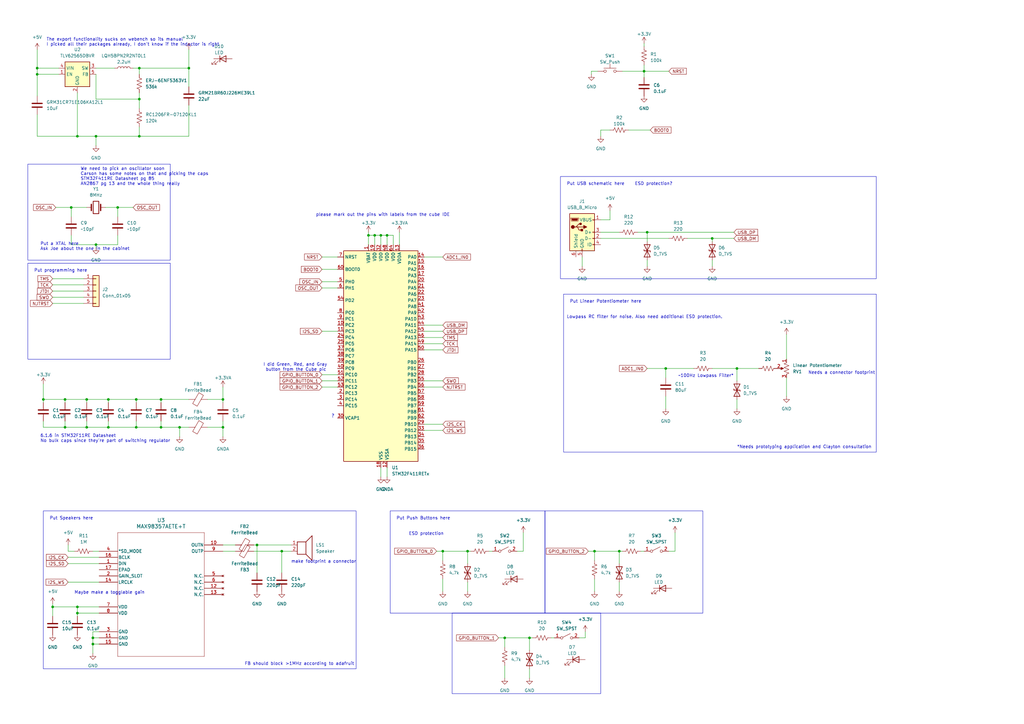
<source format=kicad_sch>
(kicad_sch (version 20230121) (generator eeschema)
  (paper "A3")
  (lib_symbols
    (symbol "Connector:USB_B_Micro" (pin_names (offset 1.016))
      (property "Reference" "J" (at -5.08 11.43 0))
      (property "Value" "USB_B_Micro" (at -5.08 8.89 0))
      (symbol "USB_B_Micro_1_1"
        (pin power_out line (at 7.62 5.08 180) (length 2.54) (name "VBUS") (number "1"))
        (pin bidirectional line (at 7.62 -2.54 180) (length 2.54) (name "D-") (number "2"))
        (pin bidirectional line (at 7.62 0 180) (length 2.54) (name "D+") (number "3"))
        (pin passive line (at 7.62 -5.08 180) (length 2.54) (name "ID") (number "4"))
        (pin power_out line (at 0 -10.16 90) (length 2.54) (name "GND") (number "5"))
        (pin passive line (at -2.54 -10.16 90) (length 2.54) (name "Shield") (number "6"))
      )
    )
    (symbol "Connector_Generic:Conn_01x05" (pin_names (offset 1.016) hide)
      (property "Reference" "J" (at 0 7.62 0))
      (property "Value" "Conn_01x05" (at 0 -7.62 0))
      (symbol "Conn_01x05_1_1"
        (pin passive line (at -5.08 5.08 0) (length 3.81) (name "Pin_1") (number "1"))
        (pin passive line (at -5.08 2.54 0) (length 3.81) (name "Pin_2") (number "2"))
        (pin passive line (at -5.08 0 0) (length 3.81) (name "Pin_3") (number "3"))
        (pin passive line (at -5.08 -2.54 0) (length 3.81) (name "Pin_4") (number "4"))
        (pin passive line (at -5.08 -5.08 0) (length 3.81) (name "Pin_5") (number "5"))
      )
    )
    (symbol "Device:C" (pin_numbers hide) (pin_names (offset 0.254))
      (property "Reference" "C" (at 0.635 2.54 0))
      (property "Value" "C" (at 0.635 -2.54 0))
      (symbol "C_1_1"
        (pin passive line (at 0 3.81 270) (length 2.794) (name "~") (number "1"))
        (pin passive line (at 0 -3.81 90) (length 2.794) (name "~") (number "2"))
      )
    )
    (symbol "Device:Crystal" (pin_numbers hide) (pin_names (offset 1.016) hide)
      (property "Reference" "Y" (at 0 3.81 0))
      (property "Value" "Crystal" (at 0 -3.81 0))
      (symbol "Crystal_1_1"
        (pin passive line (at -3.81 0 0) (length 1.27) (name "1") (number "1"))
        (pin passive line (at 3.81 0 180) (length 1.27) (name "2") (number "2"))
      )
    )
    (symbol "Device:D_TVS" (pin_numbers hide) (pin_names (offset 1.016) hide)
      (property "Reference" "D" (at 0 2.54 0))
      (property "Value" "D_TVS" (at 0 -2.54 0))
      (symbol "D_TVS_1_1"
        (pin passive line (at -3.81 0 0) (length 2.54) (name "A1") (number "1"))
        (pin passive line (at 3.81 0 180) (length 2.54) (name "A2") (number "2"))
      )
    )
    (symbol "Device:FerriteBead" (pin_numbers hide) (pin_names (offset 0))
      (property "Reference" "FB" (at -3.81 0.635 90))
      (property "Value" "FerriteBead" (at 3.81 0 90))
      (symbol "FerriteBead_1_1"
        (pin passive line (at 0 3.81 270) (length 2.54) (name "~") (number "1"))
        (pin passive line (at 0 -3.81 90) (length 2.54) (name "~") (number "2"))
      )
    )
    (symbol "Device:L" (pin_numbers hide) (pin_names (offset 1.016) hide)
      (property "Reference" "L" (at -1.27 0 90))
      (property "Value" "L" (at 1.905 0 90))
      (symbol "L_1_1"
        (pin passive line (at 0 3.81 270) (length 1.27) (name "1") (number "1"))
        (pin passive line (at 0 -3.81 90) (length 1.27) (name "2") (number "2"))
      )
    )
    (symbol "Device:LED" (pin_numbers hide) (pin_names (offset 1.016) hide)
      (property "Reference" "D" (at 0 2.54 0))
      (property "Value" "LED" (at 0 -2.54 0))
      (symbol "LED_1_1"
        (pin passive line (at -3.81 0 0) (length 2.54) (name "K") (number "1"))
        (pin passive line (at 3.81 0 180) (length 2.54) (name "A") (number "2"))
      )
    )
    (symbol "Device:R_Potentiometer_US" (pin_names (offset 1.016) hide)
      (property "Reference" "RV" (at -4.445 0 90))
      (property "Value" "R_Potentiometer_US" (at -2.54 0 90))
      (symbol "R_Potentiometer_US_1_1"
        (pin passive line (at 0 3.81 270) (length 1.27) (name "1") (number "1"))
        (pin passive line (at 3.81 0 180) (length 1.27) (name "2") (number "2"))
        (pin passive line (at 0 -3.81 90) (length 1.27) (name "3") (number "3"))
      )
    )
    (symbol "Device:R_US" (pin_numbers hide) (pin_names (offset 0))
      (property "Reference" "R" (at 2.54 0 90))
      (property "Value" "R_US" (at -2.54 0 90))
      (symbol "R_US_1_1"
        (pin passive line (at 0 3.81 270) (length 1.27) (name "~") (number "1"))
        (pin passive line (at 0 -3.81 90) (length 1.27) (name "~") (number "2"))
      )
    )
    (symbol "Device:Speaker" (pin_names (offset 0) hide)
      (property "Reference" "LS" (at 1.27 5.715 0))
      (property "Value" "Speaker" (at 1.27 3.81 0))
      (symbol "Speaker_1_1"
        (pin input line (at -5.08 0 0) (length 2.54) (name "1") (number "1"))
        (pin input line (at -5.08 -2.54 0) (length 2.54) (name "2") (number "2"))
      )
    )
    (symbol "MCU_ST_STM32F4:STM32F411RETx"
      (property "Reference" "U" (at -15.24 44.45 0))
      (property "Value" "STM32F411RETx" (at 10.16 44.45 0))
      (symbol "STM32F411RETx_1_1"
        (pin power_in line (at -5.08 45.72 270) (length 2.54) (name "VBAT") (number "1"))
        (pin bidirectional line (at -17.78 12.7 0) (length 2.54) (name "PC2") (number "10"))
        (pin bidirectional line (at -17.78 10.16 0) (length 2.54) (name "PC3") (number "11"))
        (pin power_in line (at 2.54 -45.72 90) (length 2.54) (name "VSSA") (number "12"))
        (pin power_in line (at 7.62 45.72 270) (length 2.54) (name "VDDA") (number "13"))
        (pin bidirectional line (at 17.78 40.64 180) (length 2.54) (name "PA0") (number "14"))
        (pin bidirectional line (at 17.78 38.1 180) (length 2.54) (name "PA1") (number "15"))
        (pin bidirectional line (at 17.78 35.56 180) (length 2.54) (name "PA2") (number "16"))
        (pin bidirectional line (at 17.78 33.02 180) (length 2.54) (name "PA3") (number "17"))
        (pin power_in line (at 0 -45.72 90) (length 2.54) (name "VSS") (number "18"))
        (pin power_in line (at -2.54 45.72 270) (length 2.54) (name "VDD") (number "19"))
        (pin bidirectional line (at -17.78 -15.24 0) (length 2.54) (name "PC13") (number "2"))
        (pin bidirectional line (at 17.78 30.48 180) (length 2.54) (name "PA4") (number "20"))
        (pin bidirectional line (at 17.78 27.94 180) (length 2.54) (name "PA5") (number "21"))
        (pin bidirectional line (at 17.78 25.4 180) (length 2.54) (name "PA6") (number "22"))
        (pin bidirectional line (at 17.78 22.86 180) (length 2.54) (name "PA7") (number "23"))
        (pin bidirectional line (at -17.78 7.62 0) (length 2.54) (name "PC4") (number "24"))
        (pin bidirectional line (at -17.78 5.08 0) (length 2.54) (name "PC5") (number "25"))
        (pin bidirectional line (at 17.78 -2.54 180) (length 2.54) (name "PB0") (number "26"))
        (pin bidirectional line (at 17.78 -5.08 180) (length 2.54) (name "PB1") (number "27"))
        (pin bidirectional line (at 17.78 -7.62 180) (length 2.54) (name "PB2") (number "28"))
        (pin bidirectional line (at 17.78 -27.94 180) (length 2.54) (name "PB10") (number "29"))
        (pin bidirectional line (at -17.78 -17.78 0) (length 2.54) (name "PC14") (number "3"))
        (pin power_out line (at -17.78 -25.4 0) (length 2.54) (name "VCAP1") (number "30"))
        (pin passive line (at 0 -45.72 90) (length 2.54) hide (name "VSS") (number "31"))
        (pin power_in line (at 0 45.72 270) (length 2.54) (name "VDD") (number "32"))
        (pin bidirectional line (at 17.78 -30.48 180) (length 2.54) (name "PB12") (number "33"))
        (pin bidirectional line (at 17.78 -33.02 180) (length 2.54) (name "PB13") (number "34"))
        (pin bidirectional line (at 17.78 -35.56 180) (length 2.54) (name "PB14") (number "35"))
        (pin bidirectional line (at 17.78 -38.1 180) (length 2.54) (name "PB15") (number "36"))
        (pin bidirectional line (at -17.78 2.54 0) (length 2.54) (name "PC6") (number "37"))
        (pin bidirectional line (at -17.78 0 0) (length 2.54) (name "PC7") (number "38"))
        (pin bidirectional line (at -17.78 -2.54 0) (length 2.54) (name "PC8") (number "39"))
        (pin bidirectional line (at -17.78 -20.32 0) (length 2.54) (name "PC15") (number "4"))
        (pin bidirectional line (at -17.78 -5.08 0) (length 2.54) (name "PC9") (number "40"))
        (pin bidirectional line (at 17.78 20.32 180) (length 2.54) (name "PA8") (number "41"))
        (pin bidirectional line (at 17.78 17.78 180) (length 2.54) (name "PA9") (number "42"))
        (pin bidirectional line (at 17.78 15.24 180) (length 2.54) (name "PA10") (number "43"))
        (pin bidirectional line (at 17.78 12.7 180) (length 2.54) (name "PA11") (number "44"))
        (pin bidirectional line (at 17.78 10.16 180) (length 2.54) (name "PA12") (number "45"))
        (pin bidirectional line (at 17.78 7.62 180) (length 2.54) (name "PA13") (number "46"))
        (pin passive line (at 0 -45.72 90) (length 2.54) hide (name "VSS") (number "47"))
        (pin power_in line (at 2.54 45.72 270) (length 2.54) (name "VDD") (number "48"))
        (pin bidirectional line (at 17.78 5.08 180) (length 2.54) (name "PA14") (number "49"))
        (pin bidirectional line (at -17.78 30.48 0) (length 2.54) (name "PH0") (number "5"))
        (pin bidirectional line (at 17.78 2.54 180) (length 2.54) (name "PA15") (number "50"))
        (pin bidirectional line (at -17.78 -7.62 0) (length 2.54) (name "PC10") (number "51"))
        (pin bidirectional line (at -17.78 -10.16 0) (length 2.54) (name "PC11") (number "52"))
        (pin bidirectional line (at -17.78 -12.7 0) (length 2.54) (name "PC12") (number "53"))
        (pin bidirectional line (at -17.78 22.86 0) (length 2.54) (name "PD2") (number "54"))
        (pin bidirectional line (at 17.78 -10.16 180) (length 2.54) (name "PB3") (number "55"))
        (pin bidirectional line (at 17.78 -12.7 180) (length 2.54) (name "PB4") (number "56"))
        (pin bidirectional line (at 17.78 -15.24 180) (length 2.54) (name "PB5") (number "57"))
        (pin bidirectional line (at 17.78 -17.78 180) (length 2.54) (name "PB6") (number "58"))
        (pin bidirectional line (at 17.78 -20.32 180) (length 2.54) (name "PB7") (number "59"))
        (pin bidirectional line (at -17.78 27.94 0) (length 2.54) (name "PH1") (number "6"))
        (pin input line (at -17.78 35.56 0) (length 2.54) (name "BOOT0") (number "60"))
        (pin bidirectional line (at 17.78 -22.86 180) (length 2.54) (name "PB8") (number "61"))
        (pin bidirectional line (at 17.78 -25.4 180) (length 2.54) (name "PB9") (number "62"))
        (pin passive line (at 0 -45.72 90) (length 2.54) hide (name "VSS") (number "63"))
        (pin power_in line (at 5.08 45.72 270) (length 2.54) (name "VDD") (number "64"))
        (pin input line (at -17.78 40.64 0) (length 2.54) (name "NRST") (number "7"))
        (pin bidirectional line (at -17.78 17.78 0) (length 2.54) (name "PC0") (number "8"))
        (pin bidirectional line (at -17.78 15.24 0) (length 2.54) (name "PC1") (number "9"))
      )
    )
    (symbol "Regulator_Switching:TLV62568DBV"
      (property "Reference" "U" (at -5.08 6.35 0))
      (property "Value" "TLV62568DBV" (at 0 6.35 0))
      (symbol "TLV62568DBV_1_1"
        (pin input line (at -7.62 0 0) (length 2.54) (name "EN") (number "1"))
        (pin power_in line (at 0 -7.62 90) (length 2.54) (name "GND") (number "2"))
        (pin power_out line (at 7.62 2.54 180) (length 2.54) (name "SW") (number "3"))
        (pin power_in line (at -7.62 2.54 0) (length 2.54) (name "VIN") (number "4"))
        (pin input line (at 7.62 0 180) (length 2.54) (name "FB") (number "5"))
      )
    )
    (symbol "Switch:SW_Push" (pin_numbers hide) (pin_names (offset 1.016) hide)
      (property "Reference" "SW" (at 1.27 2.54 0))
      (property "Value" "SW_Push" (at 0 -1.524 0))
      (symbol "SW_Push_0_1"
        (pin passive line (at -5.08 0 0) (length 2.54) (name "1") (number "1"))
        (pin passive line (at 5.08 0 180) (length 2.54) (name "2") (number "2"))
      )
    )
    (symbol "Switch:SW_SPST" (pin_names (offset 0) hide)
      (property "Reference" "SW" (at 0 3.175 0))
      (property "Value" "SW_SPST" (at 0 -2.54 0))
      (symbol "SW_SPST_1_1"
        (pin passive line (at -5.08 0 0) (length 2.54) (name "A") (number "1"))
        (pin passive line (at 5.08 0 180) (length 2.54) (name "B") (number "2"))
      )
    )
    (symbol "TrumpetMelody_Symbol_Library:MAX98357AETE+T" (pin_names (offset 0.254))
      (property "Reference" "U" (at 25.4 12.7 0))
      (property "Value" "MAX98357AETE+T" (at 25.4 10.16 0))
      (symbol "MAX98357AETE+T_1_1"
        (pin unspecified line (at 0 -5.08 0) (length 7.62) (name "DIN") (number "1"))
        (pin output line (at 50.8 2.54 180) (length 7.62) (name "OUTN") (number "10"))
        (pin power_out line (at 0 -35.56 0) (length 7.62) (name "GND") (number "11"))
        (pin no_connect line (at 50.8 -15.24 180) (length 7.62) (name "N.C.") (number "12"))
        (pin no_connect line (at 50.8 -17.78 180) (length 7.62) (name "N.C.") (number "13"))
        (pin unspecified line (at 0 -12.7 0) (length 7.62) (name "LRCLK") (number "14"))
        (pin power_out line (at 0 -38.1 0) (length 7.62) (name "GND") (number "15"))
        (pin unspecified line (at 0 -2.54 0) (length 7.62) (name "BCLK") (number "16"))
        (pin unspecified line (at 0 -7.62 0) (length 7.62) (name "EPAD") (number "17"))
        (pin unspecified line (at 0 -10.16 0) (length 7.62) (name "GAIN_SLOT") (number "2"))
        (pin power_out line (at 0 -33.02 0) (length 7.62) (name "GND") (number "3"))
        (pin unspecified line (at 0 0 0) (length 7.62) (name "*SD_MODE") (number "4"))
        (pin no_connect line (at 50.8 -10.16 180) (length 7.62) (name "N.C.") (number "5"))
        (pin no_connect line (at 50.8 -12.7 180) (length 7.62) (name "N.C.") (number "6"))
        (pin power_in line (at 0 -22.86 0) (length 7.62) (name "VDD") (number "7"))
        (pin power_in line (at 0 -25.4 0) (length 7.62) (name "VDD") (number "8"))
        (pin output line (at 50.8 0 180) (length 7.62) (name "OUTP") (number "9"))
      )
    )
    (symbol "power:+3.3V" (power) (pin_names (offset 0))
      (property "Value" "+3.3V" (at 0 3.556 0))
      (symbol "+3.3V_1_1"
        (pin power_in line (at 0 0 90) (length 0) hide (name "+3.3V") (number "1"))
      )
    )
    (symbol "power:+3.3VA" (power) (pin_names (offset 0))
      (property "Value" "+3.3VA" (at 0 3.556 0))
      (symbol "+3.3VA_1_1"
        (pin power_in line (at 0 0 90) (length 0) hide (name "+3.3VA") (number "1"))
      )
    )
    (symbol "power:+5V" (power) (pin_names (offset 0))
      (property "Value" "+5V" (at 0 3.556 0))
      (symbol "+5V_1_1"
        (pin power_in line (at 0 0 90) (length 0) hide (name "+5V") (number "1"))
      )
    )
    (symbol "power:GND" (power) (pin_names (offset 0))
      (property "Value" "GND" (at 0 -3.81 0))
      (symbol "GND_1_1"
        (pin power_in line (at 0 0 270) (length 0) hide (name "GND") (number "1"))
      )
    )
    (symbol "power:GNDA" (power) (pin_names (offset 0))
      (property "Value" "GNDA" (at 0 -3.81 0))
      (symbol "GNDA_1_1"
        (pin power_in line (at 0 0 270) (length 0) hide (name "GNDA") (number "1"))
      )
    )
  )
  (junction (at 265.43 95.25))
  (junction (at 57.15 40.64))
  (junction (at 17.78 163.83))
  (junction (at 57.15 27.94))
  (junction (at 217.17 261.62))
  (junction (at 31.75 251.46))
  (junction (at 57.15 55.88))
  (junction (at 55.88 163.83))
  (junction (at 29.21 85.09))
  (junction (at 105.41 223.52))
  (junction (at 302.26 151.13))
  (junction (at 15.24 27.94))
  (junction (at 48.26 85.09))
  (junction (at 151.13 96.52))
  (junction (at 39.37 55.88))
  (junction (at 38.1 264.16))
  (junction (at 35.56 163.83))
  (junction (at 38.1 261.62))
  (junction (at 292.1 97.79))
  (junction (at 26.67 163.83))
  (junction (at 115.57 226.06))
  (junction (at 35.56 175.26))
  (junction (at 156.21 96.52))
  (junction (at 21.59 248.92))
  (junction (at 31.75 55.88))
  (junction (at 66.04 175.26))
  (junction (at 44.45 175.26))
  (junction (at 153.67 96.52))
  (junction (at 77.47 27.94))
  (junction (at 55.88 175.26))
  (junction (at 15.24 30.48))
  (junction (at 273.05 151.13))
  (junction (at 26.67 175.26))
  (junction (at 254 226.06))
  (junction (at 207.01 261.62))
  (junction (at 264.16 29.21))
  (junction (at 91.44 175.26))
  (junction (at 66.04 163.83))
  (junction (at 73.66 175.26))
  (junction (at 31.75 248.92))
  (junction (at 181.61 226.06))
  (junction (at 243.84 226.06))
  (junction (at 44.45 163.83))
  (junction (at 158.75 96.52))
  (junction (at 91.44 163.83))
  (junction (at 39.37 100.33))
  (junction (at 191.77 226.06))
  (wire (pts (xy 39.37 100.33) (xy 39.37 101.6)))
  (wire (pts (xy 255.27 29.21) (xy 264.16 29.21)))
  (wire (pts (xy 238.76 105.41) (xy 238.76 109.22)))
  (wire (pts (xy 246.38 53.34) (xy 250.19 53.34)))
  (wire (pts (xy 21.59 114.3) (xy 34.29 114.3)))
  (wire (pts (xy 91.44 163.83) (xy 91.44 165.1)))
  (wire (pts (xy 264.16 26.67) (xy 264.16 29.21)))
  (wire (pts (xy 66.04 172.72) (xy 66.04 175.26)))
  (wire (pts (xy 39.37 27.94) (xy 46.99 27.94)))
  (wire (pts (xy 35.56 163.83) (xy 35.56 165.1)))
  (wire (pts (xy 66.04 175.26) (xy 73.66 175.26)))
  (wire (pts (xy 264.16 17.78) (xy 264.16 19.05)))
  (wire (pts (xy 21.59 248.92) (xy 31.75 248.92)))
  (wire (pts (xy 55.88 165.1) (xy 55.88 163.83)))
  (wire (pts (xy 27.94 228.6) (xy 40.64 228.6)))
  (wire (pts (xy 132.08 153.67) (xy 138.43 153.67)))
  (wire (pts (xy 55.88 175.26) (xy 66.04 175.26)))
  (wire (pts (xy 173.99 135.89) (xy 181.61 135.89)))
  (wire (pts (xy 105.41 223.52) (xy 105.41 234.95)))
  (wire (pts (xy 265.43 95.25) (xy 265.43 99.06)))
  (wire (pts (xy 26.67 163.83) (xy 35.56 163.83)))
  (wire (pts (xy 254 226.06) (xy 255.27 226.06)))
  (wire (pts (xy 158.75 96.52) (xy 158.75 100.33)))
  (wire (pts (xy 153.67 96.52) (xy 151.13 96.52)))
  (wire (pts (xy 246.38 95.25) (xy 254 95.25)))
  (wire (pts (xy 15.24 39.37) (xy 15.24 30.48)))
  (wire (pts (xy 15.24 30.48) (xy 24.13 30.48)))
  (wire (pts (xy 132.08 105.41) (xy 138.43 105.41)))
  (wire (pts (xy 77.47 43.18) (xy 77.47 55.88)))
  (wire (pts (xy 21.59 121.92) (xy 34.29 121.92)))
  (wire (pts (xy 44.45 172.72) (xy 44.45 175.26)))
  (wire (pts (xy 246.38 55.88) (xy 246.38 53.34)))
  (wire (pts (xy 21.59 116.84) (xy 34.29 116.84)))
  (wire (pts (xy 264.16 29.21) (xy 264.16 31.75)))
  (wire (pts (xy 226.06 261.62) (xy 227.33 261.62)))
  (wire (pts (xy 322.58 137.16) (xy 322.58 147.32)))
  (wire (pts (xy 173.99 105.41) (xy 181.61 105.41)))
  (wire (pts (xy 200.66 226.06) (xy 201.93 226.06)))
  (wire (pts (xy 274.32 226.06) (xy 276.86 226.06)))
  (wire (pts (xy 158.75 96.52) (xy 156.21 96.52)))
  (wire (pts (xy 27.94 238.76) (xy 40.64 238.76)))
  (wire (pts (xy 85.09 163.83) (xy 91.44 163.83)))
  (wire (pts (xy 22.86 85.09) (xy 29.21 85.09)))
  (wire (pts (xy 243.84 237.49) (xy 243.84 242.57)))
  (wire (pts (xy 55.88 163.83) (xy 66.04 163.83)))
  (wire (pts (xy 15.24 20.32) (xy 15.24 27.94)))
  (wire (pts (xy 31.75 248.92) (xy 31.75 251.46)))
  (wire (pts (xy 105.41 223.52) (xy 119.38 223.52)))
  (wire (pts (xy 132.08 135.89) (xy 138.43 135.89)))
  (wire (pts (xy 265.43 151.13) (xy 273.05 151.13)))
  (wire (pts (xy 243.84 226.06) (xy 254 226.06)))
  (wire (pts (xy 77.47 35.56) (xy 77.47 27.94)))
  (wire (pts (xy 48.26 100.33) (xy 39.37 100.33)))
  (wire (pts (xy 66.04 163.83) (xy 77.47 163.83)))
  (wire (pts (xy 302.26 163.83) (xy 302.26 167.64)))
  (wire (pts (xy 91.44 175.26) (xy 85.09 175.26)))
  (wire (pts (xy 29.21 85.09) (xy 29.21 88.9)))
  (wire (pts (xy 15.24 30.48) (xy 15.24 27.94)))
  (wire (pts (xy 44.45 165.1) (xy 44.45 163.83)))
  (wire (pts (xy 15.24 46.99) (xy 15.24 55.88)))
  (wire (pts (xy 217.17 261.62) (xy 217.17 266.7)))
  (wire (pts (xy 57.15 40.64) (xy 57.15 44.45)))
  (wire (pts (xy 292.1 106.68) (xy 292.1 109.22)))
  (wire (pts (xy 38.1 261.62) (xy 40.64 261.62)))
  (wire (pts (xy 39.37 30.48) (xy 39.37 40.64)))
  (wire (pts (xy 245.11 29.21) (xy 242.57 29.21)))
  (wire (pts (xy 161.29 100.33) (xy 161.29 96.52)))
  (wire (pts (xy 91.44 158.75) (xy 91.44 163.83)))
  (wire (pts (xy 91.44 172.72) (xy 91.44 175.26)))
  (wire (pts (xy 302.26 151.13) (xy 311.15 151.13)))
  (wire (pts (xy 115.57 226.06) (xy 115.57 234.95)))
  (wire (pts (xy 26.67 172.72) (xy 26.67 175.26)))
  (wire (pts (xy 273.05 151.13) (xy 284.48 151.13)))
  (wire (pts (xy 132.08 158.75) (xy 138.43 158.75)))
  (wire (pts (xy 73.66 175.26) (xy 73.66 179.07)))
  (wire (pts (xy 276.86 226.06) (xy 276.86 218.44)))
  (wire (pts (xy 217.17 274.32) (xy 217.17 278.13)))
  (wire (pts (xy 191.77 226.06) (xy 191.77 231.14)))
  (wire (pts (xy 17.78 163.83) (xy 26.67 163.83)))
  (wire (pts (xy 265.43 95.25) (xy 300.99 95.25)))
  (wire (pts (xy 156.21 191.77) (xy 156.21 195.58)))
  (wire (pts (xy 57.15 55.88) (xy 57.15 52.07)))
  (wire (pts (xy 181.61 226.06) (xy 191.77 226.06)))
  (wire (pts (xy 173.99 176.53) (xy 181.61 176.53)))
  (wire (pts (xy 21.59 124.46) (xy 34.29 124.46)))
  (wire (pts (xy 27.94 223.52) (xy 27.94 226.06)))
  (wire (pts (xy 21.59 119.38) (xy 34.29 119.38)))
  (wire (pts (xy 254 238.76) (xy 254 242.57)))
  (wire (pts (xy 15.24 27.94) (xy 24.13 27.94)))
  (wire (pts (xy 44.45 163.83) (xy 55.88 163.83)))
  (wire (pts (xy 153.67 96.52) (xy 153.67 100.33)))
  (wire (pts (xy 17.78 163.83) (xy 17.78 165.1)))
  (wire (pts (xy 151.13 96.52) (xy 151.13 100.33)))
  (wire (pts (xy 115.57 226.06) (xy 119.38 226.06)))
  (wire (pts (xy 57.15 38.1) (xy 57.15 40.64)))
  (wire (pts (xy 292.1 151.13) (xy 302.26 151.13)))
  (wire (pts (xy 246.38 97.79) (xy 274.32 97.79)))
  (wire (pts (xy 38.1 226.06) (xy 40.64 226.06)))
  (wire (pts (xy 214.63 226.06) (xy 214.63 218.44)))
  (wire (pts (xy 77.47 55.88) (xy 57.15 55.88)))
  (wire (pts (xy 39.37 55.88) (xy 57.15 55.88)))
  (wire (pts (xy 31.75 248.92) (xy 40.64 248.92)))
  (wire (pts (xy 207.01 273.05) (xy 207.01 278.13)))
  (wire (pts (xy 21.59 247.65) (xy 21.59 248.92)))
  (wire (pts (xy 38.1 264.16) (xy 38.1 261.62)))
  (wire (pts (xy 254 226.06) (xy 254 231.14)))
  (wire (pts (xy 262.89 226.06) (xy 264.16 226.06)))
  (wire (pts (xy 132.08 118.11) (xy 138.43 118.11)))
  (wire (pts (xy 31.75 38.1) (xy 31.75 55.88)))
  (wire (pts (xy 48.26 96.52) (xy 48.26 100.33)))
  (wire (pts (xy 31.75 252.73) (xy 31.75 251.46)))
  (wire (pts (xy 29.21 96.52) (xy 29.21 100.33)))
  (wire (pts (xy 17.78 175.26) (xy 26.67 175.26)))
  (wire (pts (xy 43.18 85.09) (xy 48.26 85.09)))
  (wire (pts (xy 21.59 252.73) (xy 21.59 248.92)))
  (wire (pts (xy 48.26 85.09) (xy 54.61 85.09)))
  (wire (pts (xy 27.94 231.14) (xy 40.64 231.14)))
  (wire (pts (xy 173.99 158.75) (xy 181.61 158.75)))
  (wire (pts (xy 161.29 96.52) (xy 158.75 96.52)))
  (wire (pts (xy 237.49 261.62) (xy 240.03 261.62)))
  (wire (pts (xy 55.88 172.72) (xy 55.88 175.26)))
  (wire (pts (xy 241.3 226.06) (xy 243.84 226.06)))
  (wire (pts (xy 212.09 226.06) (xy 214.63 226.06)))
  (wire (pts (xy 77.47 20.32) (xy 77.47 27.94)))
  (wire (pts (xy 173.99 143.51) (xy 181.61 143.51)))
  (wire (pts (xy 91.44 226.06) (xy 96.52 226.06)))
  (wire (pts (xy 44.45 175.26) (xy 55.88 175.26)))
  (wire (pts (xy 158.75 191.77) (xy 158.75 195.58)))
  (wire (pts (xy 173.99 133.35) (xy 181.61 133.35)))
  (wire (pts (xy 17.78 172.72) (xy 17.78 175.26)))
  (wire (pts (xy 163.83 95.25) (xy 163.83 100.33)))
  (wire (pts (xy 292.1 97.79) (xy 292.1 99.06)))
  (wire (pts (xy 173.99 140.97) (xy 181.61 140.97)))
  (wire (pts (xy 173.99 173.99) (xy 181.61 173.99)))
  (wire (pts (xy 191.77 238.76) (xy 191.77 242.57)))
  (wire (pts (xy 48.26 85.09) (xy 48.26 88.9)))
  (wire (pts (xy 273.05 154.94) (xy 273.05 151.13)))
  (wire (pts (xy 242.57 29.21) (xy 242.57 30.48)))
  (wire (pts (xy 38.1 264.16) (xy 40.64 264.16)))
  (wire (pts (xy 38.1 261.62) (xy 38.1 259.08)))
  (wire (pts (xy 281.94 97.79) (xy 292.1 97.79)))
  (wire (pts (xy 39.37 55.88) (xy 39.37 59.69)))
  (wire (pts (xy 191.77 226.06) (xy 193.04 226.06)))
  (wire (pts (xy 243.84 226.06) (xy 243.84 229.87)))
  (wire (pts (xy 151.13 95.25) (xy 151.13 96.52)))
  (wire (pts (xy 250.19 86.36) (xy 250.19 90.17)))
  (wire (pts (xy 17.78 157.48) (xy 17.78 163.83)))
  (wire (pts (xy 57.15 27.94) (xy 77.47 27.94)))
  (wire (pts (xy 179.07 226.06) (xy 181.61 226.06)))
  (wire (pts (xy 240.03 261.62) (xy 240.03 259.08)))
  (wire (pts (xy 181.61 237.49) (xy 181.61 242.57)))
  (wire (pts (xy 26.67 163.83) (xy 26.67 165.1)))
  (wire (pts (xy 173.99 138.43) (xy 181.61 138.43)))
  (wire (pts (xy 35.56 175.26) (xy 44.45 175.26)))
  (wire (pts (xy 322.58 154.94) (xy 322.58 162.56)))
  (wire (pts (xy 35.56 172.72) (xy 35.56 175.26)))
  (wire (pts (xy 207.01 261.62) (xy 207.01 265.43)))
  (wire (pts (xy 38.1 267.97) (xy 38.1 264.16)))
  (wire (pts (xy 91.44 175.26) (xy 91.44 179.07)))
  (wire (pts (xy 73.66 175.26) (xy 77.47 175.26)))
  (wire (pts (xy 29.21 85.09) (xy 35.56 85.09)))
  (wire (pts (xy 66.04 165.1) (xy 66.04 163.83)))
  (wire (pts (xy 27.94 226.06) (xy 30.48 226.06)))
  (wire (pts (xy 302.26 151.13) (xy 302.26 156.21)))
  (wire (pts (xy 292.1 97.79) (xy 300.99 97.79)))
  (wire (pts (xy 257.81 53.34) (xy 266.7 53.34)))
  (wire (pts (xy 217.17 261.62) (xy 218.44 261.62)))
  (wire (pts (xy 31.75 55.88) (xy 39.37 55.88)))
  (wire (pts (xy 156.21 96.52) (xy 153.67 96.52)))
  (wire (pts (xy 173.99 156.21) (xy 181.61 156.21)))
  (wire (pts (xy 246.38 90.17) (xy 250.19 90.17)))
  (wire (pts (xy 29.21 100.33) (xy 39.37 100.33)))
  (wire (pts (xy 31.75 251.46) (xy 40.64 251.46)))
  (wire (pts (xy 181.61 226.06) (xy 181.61 229.87)))
  (wire (pts (xy 261.62 95.25) (xy 265.43 95.25)))
  (wire (pts (xy 26.67 175.26) (xy 35.56 175.26)))
  (wire (pts (xy 204.47 261.62) (xy 207.01 261.62)))
  (wire (pts (xy 15.24 55.88) (xy 31.75 55.88)))
  (wire (pts (xy 132.08 110.49) (xy 138.43 110.49)))
  (wire (pts (xy 264.16 29.21) (xy 274.32 29.21)))
  (wire (pts (xy 132.08 156.21) (xy 138.43 156.21)))
  (wire (pts (xy 39.37 40.64) (xy 57.15 40.64)))
  (wire (pts (xy 91.44 223.52) (xy 96.52 223.52)))
  (wire (pts (xy 104.14 223.52) (xy 105.41 223.52)))
  (wire (pts (xy 265.43 106.68) (xy 265.43 109.22)))
  (wire (pts (xy 156.21 96.52) (xy 156.21 100.33)))
  (wire (pts (xy 273.05 162.56) (xy 273.05 167.64)))
  (wire (pts (xy 35.56 163.83) (xy 44.45 163.83)))
  (wire (pts (xy 104.14 226.06) (xy 115.57 226.06)))
  (wire (pts (xy 54.61 27.94) (xy 57.15 27.94)))
  (wire (pts (xy 38.1 259.08) (xy 40.64 259.08)))
  (wire (pts (xy 207.01 261.62) (xy 217.17 261.62)))
  (wire (pts (xy 132.08 115.57) (xy 138.43 115.57)))
  (wire (pts (xy 57.15 27.94) (xy 57.15 30.48)))
  (rectangle (start 229.87 72.39) (end 359.41 114.3))
  (rectangle (start 11.43 67.31) (end 69.85 106.68))
  (rectangle (start 185.42 251.46) (end 246.38 284.48))
  (rectangle (start 160.02 209.55) (end 223.52 251.46))
  (rectangle (start 11.43 107.95) (end 69.85 147.32))
  (rectangle (start 223.52 209.55) (end 288.29 251.46))
  (rectangle (start 231.14 120.65) (end 359.41 185.42))
  (rectangle (start 17.78 209.55) (end 146.05 274.32))
  (text "Put a XTAL here\nAsk Joe about the one in the cabinet" (at 16.51 102.87 0) (effects (font (size 1.27 1.27)) (justify left bottom)))
  (text "Needs a connector footprint" (at 331.47 153.67 0) (effects (font (size 1.27 1.27)) (justify left bottom)))
  (text "Put Push Buttons here" (at 162.56 213.36 0) (effects (font (size 1.27 1.27)) (justify left bottom)))
  (text "Put Speakers here" (at 20.32 213.36 0) (effects (font (size 1.27 1.27)) (justify left bottom)))
  (text "Put USB schematic here" (at 232.41 76.2 0) (effects (font (size 1.27 1.27)) (justify left bottom)))
  (text "ESD protection" (at 167.64 219.71 0) (effects (font (size 1.27 1.27)) (justify left bottom)))
  (text "We need to pick an oscillator soon\nCarson has some notes on that and picking the caps\nSTM32F411RE Datasheet pg 85\nAN2867 pg 13 and the whole thing really" (at 33.02 76.2 0) (effects (font (size 1.27 1.27)) (justify left bottom)))
  (text "~100Hz Lowpass Filter*" (at 278.13 154.94 0) (effects (font (size 1.27 1.27)) (justify left bottom)))
  (text "FB should block >1MHz according to adafruit" (at 100.33 273.05 0) (effects (font (size 1.27 1.27)) (justify left bottom)))
  (text "6.1.6 in STM32F11RE Datasheet\nNo bulk caps since they're part of switching regulator" (at 16.51 181.61 0) (effects (font (size 1.27 1.27)) (justify left bottom)))
  (text "Put Linear Potentiometer here" (at 233.68 124.46 0) (effects (font (size 1.27 1.27)) (justify left bottom)))
  (text "ESD protection?" (at 260.35 76.2 0) (effects (font (size 1.27 1.27)) (justify left bottom)))
  (text "I did Green, Red, and Gray\n button from the Cube pic" (at 107.95 152.4 0) (effects (font (size 1.27 1.27)) (justify left bottom)))
  (text "Put programming here" (at 13.97 111.76 0) (effects (font (size 1.27 1.27)) (justify left bottom)))
  (text "The export functionality sucks on webench so its manual\nI picked all their packages already, I don't know if the inductor is right" (at 19.05 19.05 0) (effects (font (size 1.27 1.27)) (justify left bottom)))
  (text "make footprint a connector" (at 119.38 231.14 0) (effects (font (size 1.27 1.27)) (justify left bottom)))
  (text "please mark out the pins with labels from the cube IDE" (at 129.54 88.9 0) (effects (font (size 1.27 1.27)) (justify left bottom)))
  (text "Lowpass RC filter for noise. Also need additional ESD protection." (at 232.41 130.81 0) (effects (font (size 1.27 1.27)) (justify left bottom)))
  (text "*Needs prototyping application and Clayton consultation" (at 302.26 184.15 0) (effects (font (size 1.27 1.27)) (justify left bottom)))
  (text "Maybe make a togglable gain" (at 30.48 243.84 0) (effects (font (size 1.27 1.27)) (justify left bottom)))
  (text "?" (at 135.89 171.45 0) (effects (font (size 1.27 1.27)) (justify left bottom)))
  (global_label "SWO" (shape input) (at 181.61 156.21 0) (property "Intersheetrefs" "${INTERSHEET_REFS}" (effects hide)))
  (global_label "GPIO_BUTTON_1" (shape input) (at 132.08 156.21 180) (property "Intersheetrefs" "${INTERSHEET_REFS}" (effects hide)))
  (global_label "OSC_IN" (shape input) (at 132.08 115.57 180) (property "Intersheetrefs" "${INTERSHEET_REFS}" (effects hide)))
  (global_label "JTDI" (shape input) (at 21.59 119.38 180) (property "Intersheetrefs" "${INTERSHEET_REFS}" (effects hide)))
  (global_label "GPIO_BUTTON_0" (shape input) (at 132.08 153.67 180) (property "Intersheetrefs" "${INTERSHEET_REFS}" (effects hide)))
  (global_label "I2S_WS" (shape input) (at 27.94 238.76 180) (property "Intersheetrefs" "${INTERSHEET_REFS}" (effects hide)))
  (global_label "ADC1_IN0" (shape input) (at 265.43 151.13 180) (property "Intersheetrefs" "${INTERSHEET_REFS}" (effects hide)))
  (global_label "NJTRST" (shape input) (at 21.59 124.46 180) (property "Intersheetrefs" "${INTERSHEET_REFS}" (effects hide)))
  (global_label "USB_DM" (shape input) (at 181.61 133.35 0) (property "Intersheetrefs" "${INTERSHEET_REFS}" (effects hide)))
  (global_label "NRST" (shape input) (at 274.32 29.21 0) (property "Intersheetrefs" "${INTERSHEET_REFS}" (effects hide)))
  (global_label "GPIO_BUTTON_2" (shape input) (at 132.08 158.75 180) (property "Intersheetrefs" "${INTERSHEET_REFS}" (effects hide)))
  (global_label "USB_DP" (shape input) (at 181.61 135.89 0) (property "Intersheetrefs" "${INTERSHEET_REFS}" (effects hide)))
  (global_label "OSC_OUT" (shape input) (at 132.08 118.11 180) (property "Intersheetrefs" "${INTERSHEET_REFS}" (effects hide)))
  (global_label "USB_DM" (shape input) (at 300.99 97.79 0) (property "Intersheetrefs" "${INTERSHEET_REFS}" (effects hide)))
  (global_label "GPIO_BUTTON_2" (shape input) (at 241.3 226.06 180) (property "Intersheetrefs" "${INTERSHEET_REFS}" (effects hide)))
  (global_label "OSC_IN" (shape input) (at 22.86 85.09 180) (property "Intersheetrefs" "${INTERSHEET_REFS}" (effects hide)))
  (global_label "OSC_OUT" (shape input) (at 54.61 85.09 0) (property "Intersheetrefs" "${INTERSHEET_REFS}" (effects hide)))
  (global_label "NRST" (shape input) (at 132.08 105.41 180) (property "Intersheetrefs" "${INTERSHEET_REFS}" (effects hide)))
  (global_label "GPIO_BUTTON_1" (shape input) (at 204.47 261.62 180) (property "Intersheetrefs" "${INTERSHEET_REFS}" (effects hide)))
  (global_label "JTDI" (shape input) (at 181.61 143.51 0) (property "Intersheetrefs" "${INTERSHEET_REFS}" (effects hide)))
  (global_label "I2S_WS" (shape input) (at 181.61 176.53 0) (property "Intersheetrefs" "${INTERSHEET_REFS}" (effects hide)))
  (global_label "I2S_SD" (shape input) (at 27.94 231.14 180) (property "Intersheetrefs" "${INTERSHEET_REFS}" (effects hide)))
  (global_label "I2S_CK" (shape input) (at 27.94 228.6 180) (property "Intersheetrefs" "${INTERSHEET_REFS}" (effects hide)))
  (global_label "USB_DP" (shape input) (at 300.99 95.25 0) (property "Intersheetrefs" "${INTERSHEET_REFS}" (effects hide)))
  (global_label "TMS" (shape input) (at 181.61 138.43 0) (property "Intersheetrefs" "${INTERSHEET_REFS}" (effects hide)))
  (global_label "ADC1_IN0" (shape input) (at 181.61 105.41 0) (property "Intersheetrefs" "${INTERSHEET_REFS}" (effects hide)))
  (global_label "TCK" (shape input) (at 181.61 140.97 0) (property "Intersheetrefs" "${INTERSHEET_REFS}" (effects hide)))
  (global_label "NJTRST" (shape input) (at 181.61 158.75 0) (property "Intersheetrefs" "${INTERSHEET_REFS}" (effects hide)))
  (global_label "GPIO_BUTTON_0" (shape input) (at 179.07 226.06 180) (property "Intersheetrefs" "${INTERSHEET_REFS}" (effects hide)))
  (global_label "SWO" (shape input) (at 21.59 121.92 180) (property "Intersheetrefs" "${INTERSHEET_REFS}" (effects hide)))
  (global_label "I2S_SD" (shape input) (at 132.08 135.89 180) (property "Intersheetrefs" "${INTERSHEET_REFS}" (effects hide)))
  (global_label "TMS" (shape input) (at 21.59 114.3 180) (property "Intersheetrefs" "${INTERSHEET_REFS}" (effects hide)))
  (global_label "BOOT0" (shape input) (at 266.7 53.34 0) (property "Intersheetrefs" "${INTERSHEET_REFS}" (effects hide)))
  (global_label "TCK" (shape input) (at 21.59 116.84 180) (property "Intersheetrefs" "${INTERSHEET_REFS}" (effects hide)))
  (global_label "BOOT0" (shape input) (at 132.08 110.49 180) (property "Intersheetrefs" "${INTERSHEET_REFS}" (effects hide)))
  (global_label "I2S_CK" (shape input) (at 181.61 173.99 0) (property "Intersheetrefs" "${INTERSHEET_REFS}" (effects hide)))
  (symbol (lib_id "Device:R_US") (at 207.01 269.24 180) (unit 1)
    (property "Reference" "R9" (at 209.55 267.97 0) (effects (justify right)))
    (property "Value" "4.7k" (at 209.55 270.51 0) (effects (justify right)))
  )
  (symbol (lib_id "Device:C") (at 48.26 92.71 0) (unit 1)
    (property "Reference" "C10" (at 52.07 91.44 0) (effects (justify left)))
    (property "Value" "~10pF" (at 52.07 93.98 0) (effects (justify left)))
  )
  (symbol (lib_id "power:GND") (at 242.57 30.48 0) (unit 1)
    (property "Reference" "#PWR07" (effects hide))
    (property "Value" "GND" (at 242.57 35.56 0))
  )
  (symbol (lib_id "Device:C") (at 55.88 168.91 0) (unit 1)
    (property "Reference" "C7" (at 59.69 168.275 0) (effects (justify left)))
    (property "Value" "0.1uF" (at 59.69 170.815 0) (effects (justify left)))
  )
  (symbol (lib_id "Device:C") (at 273.05 158.75 0) (unit 1)
    (property "Reference" "C11" (at 276.86 157.48 0) (effects (justify left)))
    (property "Value" "80uF" (at 276.86 160.02 0) (effects (justify left)))
  )
  (symbol (lib_id "Device:R_US") (at 314.96 151.13 90) (unit 1)
    (property "Reference" "R4" (at 314.96 144.78 90))
    (property "Value" "20" (at 314.96 147.32 90))
  )
  (symbol (lib_id "power:+5V") (at 27.94 223.52 0) (unit 1)
    (property "Reference" "#PWR035" (effects hide))
    (property "Value" "+5V" (at 27.94 218.44 0))
  )
  (symbol (lib_id "power:GND") (at 265.43 109.22 0) (unit 1)
    (property "Reference" "#PWR039" (effects hide))
    (property "Value" "GND" (at 265.43 114.3 0))
  )
  (symbol (lib_id "power:GND") (at 115.57 242.57 0) (unit 1)
    (property "Reference" "#PWR037" (effects hide))
    (property "Value" "GND" (at 115.57 247.65 0))
  )
  (symbol (lib_id "Device:D_TVS") (at 265.43 102.87 90) (unit 1)
    (property "Reference" "D5" (at 267.97 101.6 90) (effects (justify right)))
    (property "Value" "D_TVS" (at 267.97 104.14 90) (effects (justify right)))
  )
  (symbol (lib_id "Connector:USB_B_Micro") (at 238.76 95.25 0) (unit 1)
    (property "Reference" "J1" (at 238.76 82.55 0))
    (property "Value" "USB_B_Micro" (at 238.76 85.09 0))
  )
  (symbol (lib_id "Device:C") (at 17.78 168.91 0) (unit 1)
    (property "Reference" "C1" (at 21.59 168.275 0) (effects (justify left)))
    (property "Value" "0.1uF" (at 21.59 170.815 0) (effects (justify left)))
  )
  (symbol (lib_id "Regulator_Switching:TLV62568DBV") (at 31.75 30.48 0) (unit 1)
    (property "Reference" "U2" (at 31.75 20.32 0))
    (property "Value" "TLV62565DBVR" (at 31.75 22.86 0))
    (property "Footprint" "Package_TO_SOT_SMD:SOT-23-5_HandSoldering" (effects hide))
    (property "Datasheet" "https://www.ti.com/lit/ds/symlink/tlv62565.pdf?ts=1708382862139&ref_url=https%253A%252F%252Fwww.mouser.com%252F" (effects hide))
  )
  (symbol (lib_id "Device:R_US") (at 57.15 34.29 0) (unit 1)
    (property "Reference" "ERJ-6ENF5363V1" (at 59.69 33.02 0) (effects (justify left)))
    (property "Value" "536k" (at 59.69 35.56 0) (effects (justify left)))
    (property "Footprint" "Resistor_SMD:R_0805_2012Metric_Pad1.20x1.40mm_HandSolder" (effects hide))
    (property "Datasheet" "https://industrial.panasonic.com/cdbs/www-data/pdf/RDA0000/AOA0000C304.pdf" (effects hide))
  )
  (symbol (lib_id "Device:C") (at 77.47 39.37 0) (unit 1)
    (property "Reference" "GRM21BR60J226ME39L1" (at 81.28 38.1 0) (effects (justify left)))
    (property "Value" "22uF" (at 81.28 40.64 0) (effects (justify left)))
    (property "Footprint" "Capacitor_SMD:C_0805_2012Metric_Pad1.18x1.45mm_HandSolder" (effects hide))
    (property "Datasheet" "https://search.murata.co.jp/Ceramy/image/img/A01X/G101/ENG/GRM21BR60J226ME39-01.pdf" (effects hide))
  )
  (symbol (lib_id "Device:FerriteBead") (at 81.28 175.26 90) (unit 1)
    (property "Reference" "FB4" (at 81.2292 168.91 90))
    (property "Value" "FerriteBead" (at 81.2292 171.45 90))
  )
  (symbol (lib_id "power:GND") (at 38.1 267.97 0) (unit 1)
    (property "Reference" "#PWR031" (effects hide))
    (property "Value" "GND" (at 38.1 273.05 0))
  )
  (symbol (lib_id "Device:R_US") (at 257.81 95.25 90) (unit 1)
    (property "Reference" "R12" (at 257.81 88.9 90))
    (property "Value" "220" (at 257.81 91.44 90))
  )
  (symbol (lib_id "Device:C") (at 15.24 43.18 0) (unit 1)
    (property "Reference" "GRM31CR71E106KA12L1" (at 19.05 41.91 0) (effects (justify left)))
    (property "Value" "10uF" (at 19.05 44.45 0) (effects (justify left)))
    (property "Footprint" "Capacitor_SMD:C_1206_3216Metric_Pad1.33x1.80mm_HandSolder" (effects hide))
    (property "Datasheet" "https://search.murata.co.jp/Ceramy/image/img/A01X/G101/ENG/GRM31CR71E106KA12-01.pdf" (effects hide))
  )
  (symbol (lib_id "power:GND") (at 238.76 109.22 0) (unit 1)
    (property "Reference" "#PWR017" (effects hide))
    (property "Value" "GND" (at 238.76 114.3 0))
  )
  (symbol (lib_id "power:+3.3V") (at 264.16 17.78 0) (unit 1)
    (property "Reference" "#PWR08" (effects hide))
    (property "Value" "+3.3V" (at 264.16 13.97 0))
  )
  (symbol (lib_id "Device:R_US") (at 222.25 261.62 90) (unit 1)
    (property "Reference" "R10" (at 222.25 255.27 90))
    (property "Value" "20" (at 222.25 257.81 90))
  )
  (symbol (lib_id "Device:C") (at 26.67 168.91 0) (unit 1)
    (property "Reference" "C2" (at 30.48 168.275 0) (effects (justify left)))
    (property "Value" "0.1uF" (at 30.48 170.815 0) (effects (justify left)))
  )
  (symbol (lib_id "power:GND") (at 39.37 101.6 0) (unit 1)
    (property "Reference" "#PWR015" (effects hide))
    (property "Value" "GND" (at 39.37 106.68 0))
  )
  (symbol (lib_id "power:GND") (at 243.84 242.57 0) (unit 1)
    (property "Reference" "#PWR023" (effects hide))
    (property "Value" "GND" (at 243.84 247.65 0))
  )
  (symbol (lib_id "Device:D_TVS") (at 254 234.95 90) (unit 1)
    (property "Reference" "D3" (at 256.54 233.68 90) (effects (justify right)))
    (property "Value" "D_TVS" (at 256.54 236.22 90) (effects (justify right)))
  )
  (symbol (lib_id "power:GND") (at 21.59 260.35 0) (unit 1)
    (property "Reference" "#PWR034" (effects hide))
    (property "Value" "GND" (at 21.59 265.43 0))
  )
  (symbol (lib_id "Device:Crystal") (at 39.37 85.09 0) (unit 1)
    (property "Reference" "Y1" (at 39.37 77.47 0))
    (property "Value" "8MHz" (at 39.37 80.01 0))
  )
  (symbol (lib_id "Device:R_US") (at 264.16 22.86 0) (unit 1)
    (property "Reference" "R1" (at 266.7 22.225 0) (effects (justify left)))
    (property "Value" "100k" (at 266.7 24.765 0) (effects (justify left)))
  )
  (symbol (lib_id "Device:D_TVS") (at 292.1 102.87 90) (unit 1)
    (property "Reference" "D6" (at 294.64 101.6 90) (effects (justify right)))
    (property "Value" "D_TVS" (at 294.64 104.14 90) (effects (justify right)))
  )
  (symbol (lib_id "Device:L") (at 50.8 27.94 90) (unit 1)
    (property "Reference" "LQH5BPN2R2NT0L1" (at 50.8 22.86 90))
    (property "Value" "2.2uH" (at 50.8 25.4 90))
    (property "Footprint" "Inductor_SMD:L_Murata_LQH55DN_5.7x5.0mm" (effects hide))
    (property "Datasheet" "https://search.murata.co.jp/Ceramy/image/img/P02/JELF243A-0086.pdf" (effects hide))
  )
  (symbol (lib_id "power:+3.3VA") (at 91.44 158.75 0) (unit 1)
    (property "Reference" "#PWR05" (effects hide))
    (property "Value" "+3.3VA" (at 91.44 154.94 0))
  )
  (symbol (lib_id "Device:C") (at 29.21 92.71 0) (unit 1)
    (property "Reference" "C9" (at 33.02 91.44 0) (effects (justify left)))
    (property "Value" "~10pF" (at 33.02 93.98 0) (effects (justify left)))
  )
  (symbol (lib_id "Connector_Generic:Conn_01x05") (at 39.37 119.38 0) (unit 1)
    (property "Reference" "J2" (at 41.91 118.745 0) (effects (justify left)))
    (property "Value" "Conn_01x05" (at 41.91 121.285 0) (effects (justify left)))
  )
  (symbol (lib_id "power:GND") (at 292.1 109.22 0) (unit 1)
    (property "Reference" "#PWR040" (effects hide))
    (property "Value" "GND" (at 292.1 114.3 0))
  )
  (symbol (lib_id "Device:C") (at 105.41 238.76 0) (unit 1)
    (property "Reference" "C12" (at 109.22 237.49 0) (effects (justify left)))
    (property "Value" "220pF" (at 109.22 240.03 0) (effects (justify left)))
  )
  (symbol (lib_id "Device:C") (at 91.44 168.91 0) (unit 1)
    (property "Reference" "C5" (at 95.25 168.275 0) (effects (justify left)))
    (property "Value" "0.1uF" (at 95.25 170.815 0) (effects (justify left)))
  )
  (symbol (lib_id "Device:LED") (at 91.44 24.13 0) (unit 1)
    (property "Reference" "D10" (at 89.8525 19.05 0))
    (property "Value" "LED" (at 89.8525 21.59 0))
  )
  (symbol (lib_id "power:+3.3V") (at 276.86 218.44 0) (unit 1)
    (property "Reference" "#PWR027" (effects hide))
    (property "Value" "+3.3V" (at 276.86 213.36 0))
  )
  (symbol (lib_id "Device:LED") (at 210.82 237.49 0) (unit 1)
    (property "Reference" "D8" (at 209.2325 232.41 0))
    (property "Value" "LED" (at 209.2325 234.95 0))
  )
  (symbol (lib_id "Device:C") (at 115.57 238.76 0) (unit 1)
    (property "Reference" "C14" (at 119.38 237.49 0) (effects (justify left)))
    (property "Value" "220pF" (at 119.38 240.03 0) (effects (justify left)))
  )
  (symbol (lib_id "power:+3.3V") (at 77.47 20.32 0) (unit 1)
    (property "Reference" "#PWR012" (effects hide))
    (property "Value" "+3.3V" (at 77.47 15.24 0))
  )
  (symbol (lib_id "Device:C") (at 44.45 168.91 0) (unit 1)
    (property "Reference" "C4" (at 48.26 168.275 0) (effects (justify left)))
    (property "Value" "0.1uF" (at 48.26 170.815 0) (effects (justify left)))
  )
  (symbol (lib_id "Device:R_US") (at 254 53.34 90) (unit 1)
    (property "Reference" "R2" (at 254 48.26 90))
    (property "Value" "100k" (at 254 50.8 90))
  )
  (symbol (lib_id "power:GND") (at 246.38 55.88 0) (unit 1)
    (property "Reference" "#PWR09" (effects hide))
    (property "Value" "GND" (at 246.38 60.96 0))
  )
  (symbol (lib_id "Device:R_US") (at 181.61 233.68 180) (unit 1)
    (property "Reference" "R8" (at 184.15 232.41 0) (effects (justify right)))
    (property "Value" "4.7k" (at 184.15 234.95 0) (effects (justify right)))
  )
  (symbol (lib_id "power:GND") (at 217.17 278.13 0) (unit 1)
    (property "Reference" "#PWR029" (effects hide))
    (property "Value" "GND" (at 217.17 283.21 0))
  )
  (symbol (lib_id "Device:D_TVS") (at 302.26 160.02 90) (unit 1)
    (property "Reference" "D1" (at 304.8 158.75 90) (effects (justify right)))
    (property "Value" "D_TVS" (at 304.8 161.29 90) (effects (justify right)))
  )
  (symbol (lib_id "power:GND") (at 31.75 260.35 0) (unit 1)
    (property "Reference" "#PWR033" (effects hide))
    (property "Value" "GND" (at 31.75 265.43 0))
  )
  (symbol (lib_id "power:GND") (at 191.77 242.57 0) (unit 1)
    (property "Reference" "#PWR022" (effects hide))
    (property "Value" "GND" (at 191.77 247.65 0))
  )
  (symbol (lib_id "power:GND") (at 39.37 59.69 0) (unit 1)
    (property "Reference" "#PWR011" (effects hide))
    (property "Value" "GND" (at 39.37 64.77 0))
  )
  (symbol (lib_id "power:+3.3V") (at 17.78 157.48 0) (unit 1)
    (property "Reference" "#PWR04" (effects hide))
    (property "Value" "+3.3V" (at 17.78 153.67 0))
  )
  (symbol (lib_id "Device:R_US") (at 259.08 226.06 90) (unit 1)
    (property "Reference" "R7" (at 259.08 219.71 90))
    (property "Value" "20" (at 259.08 222.25 90))
  )
  (symbol (lib_id "Switch:SW_SPST") (at 207.01 226.06 0) (unit 1)
    (property "Reference" "SW2" (at 207.01 219.71 0))
    (property "Value" "SW_SPST" (at 207.01 222.25 0))
  )
  (symbol (lib_id "power:+3.3V") (at 151.13 95.25 0) (unit 1)
    (property "Reference" "#PWR01" (effects hide))
    (property "Value" "+3.3V" (at 151.13 91.44 0))
  )
  (symbol (lib_id "power:+5V") (at 15.24 20.32 0) (unit 1)
    (property "Reference" "#PWR010" (effects hide))
    (property "Value" "+5V" (at 15.24 15.24 0))
  )
  (symbol (lib_id "Device:R_US") (at 243.84 233.68 180) (unit 1)
    (property "Reference" "R6" (at 246.38 232.41 0) (effects (justify right)))
    (property "Value" "4.7k" (at 246.38 234.95 0) (effects (justify right)))
  )
  (symbol (lib_id "power:+3.3V") (at 214.63 218.44 0) (unit 1)
    (property "Reference" "#PWR026" (effects hide))
    (property "Value" "+3.3V" (at 214.63 213.36 0))
  )
  (symbol (lib_id "power:GND") (at 105.41 242.57 0) (unit 1)
    (property "Reference" "#PWR036" (effects hide))
    (property "Value" "GND" (at 105.41 247.65 0))
  )
  (symbol (lib_id "Device:C") (at 66.04 168.91 0) (unit 1)
    (property "Reference" "C8" (at 69.85 168.275 0) (effects (justify left)))
    (property "Value" "0.1uF" (at 69.85 170.815 0) (effects (justify left)))
  )
  (symbol (lib_id "Device:LED") (at 236.22 270.51 0) (unit 1)
    (property "Reference" "D7" (at 234.6325 265.43 0))
    (property "Value" "LED" (at 234.6325 267.97 0))
  )
  (symbol (lib_id "Device:FerriteBead") (at 100.33 226.06 270) (unit 1)
    (property "Reference" "FB3" (at 100.3808 233.68 90))
    (property "Value" "FerriteBead" (at 100.3808 231.14 90))
  )
  (symbol (lib_id "power:+3.3V") (at 322.58 137.16 0) (unit 1)
    (property "Reference" "#PWR019" (effects hide))
    (property "Value" "+3.3V" (at 322.58 132.08 0))
  )
  (symbol (lib_id "Device:D_TVS") (at 191.77 234.95 90) (unit 1)
    (property "Reference" "D2" (at 194.31 233.68 90) (effects (justify right)))
    (property "Value" "D_TVS" (at 194.31 236.22 90) (effects (justify right)))
  )
  (symbol (lib_id "Device:R_US") (at 278.13 97.79 90) (unit 1)
    (property "Reference" "R13" (at 278.13 91.44 90))
    (property "Value" "220" (at 278.13 93.98 90))
  )
  (symbol (lib_id "power:GNDA") (at 158.75 195.58 0) (unit 1)
    (property "Reference" "#PWR014" (effects hide))
    (property "Value" "GNDA" (at 158.75 200.66 0))
  )
  (symbol (lib_id "Device:R_Potentiometer_US") (at 322.58 151.13 0) (mirror y) (unit 1)
    (property "Reference" "RV1" (at 325.12 152.4 0) (effects (justify right)))
    (property "Value" "Linear Potentiometer" (at 325.12 149.86 0) (effects (justify right)))
  )
  (symbol (lib_id "power:GND") (at 273.05 167.64 0) (unit 1)
    (property "Reference" "#PWR021" (effects hide))
    (property "Value" "GND" (at 273.05 172.72 0))
  )
  (symbol (lib_id "Device:C") (at 31.75 256.54 0) (unit 1)
    (property "Reference" "C13" (at 35.56 255.27 0) (effects (justify left)))
    (property "Value" "0.1uF" (at 35.56 257.81 0) (effects (justify left)))
  )
  (symbol (lib_id "Switch:SW_Push") (at 250.19 29.21 0) (unit 1)
    (property "Reference" "SW1" (at 250.19 22.86 0))
    (property "Value" "SW_Push" (at 250.19 25.4 0))
  )
  (symbol (lib_id "power:GND") (at 264.16 39.37 0) (unit 1)
    (property "Reference" "#PWR06" (effects hide))
    (property "Value" "GND" (at 264.16 44.45 0))
  )
  (symbol (lib_id "Switch:SW_SPST") (at 269.24 226.06 0) (unit 1)
    (property "Reference" "SW3" (at 269.24 219.71 0))
    (property "Value" "SW_SPST" (at 269.24 222.25 0))
  )
  (symbol (lib_id "Device:R_US") (at 34.29 226.06 90) (unit 1)
    (property "Reference" "R11" (at 34.29 219.71 90))
    (property "Value" "1M" (at 34.29 222.25 90))
  )
  (symbol (lib_id "Device:FerriteBead") (at 81.28 163.83 90) (unit 1)
    (property "Reference" "FB1" (at 81.2292 157.48 90))
    (property "Value" "FerriteBead" (at 81.2292 160.02 90))
  )
  (symbol (lib_id "Device:C") (at 35.56 168.91 0) (unit 1)
    (property "Reference" "C3" (at 39.37 168.275 0) (effects (justify left)))
    (property "Value" "0.1uF" (at 39.37 170.815 0) (effects (justify left)))
  )
  (symbol (lib_id "Switch:SW_SPST") (at 232.41 261.62 0) (unit 1)
    (property "Reference" "SW4" (at 232.41 255.27 0))
    (property "Value" "SW_SPST" (at 232.41 257.81 0))
  )
  (symbol (lib_id "Device:R_US") (at 57.15 48.26 0) (unit 1)
    (property "Reference" "RC1206FR-07120KL1" (at 59.69 46.99 0) (effects (justify left)))
    (property "Value" "120k" (at 59.69 49.53 0) (effects (justify left)))
    (property "Footprint" "Resistor_SMD:R_1206_3216Metric_Pad1.30x1.75mm_HandSolder" (effects hide))
    (property "Datasheet" "https://www.yageo.com/upload/media/product/products/datasheet/rchip/PYu-RC_Group_51_RoHS_L_12.pdf" (effects hide))
  )
  (symbol (lib_id "MCU_ST_STM32F4:STM32F411RETx") (at 156.21 146.05 0) (unit 1)
    (property "Reference" "U1" (at 160.7059 191.77 0) (effects (justify left)))
    (property "Value" "STM32F411RETx" (at 160.7059 194.31 0) (effects (justify left)))
    (property "Footprint" "Package_QFP:LQFP-64_10x10mm_P0.5mm" (effects hide))
    (property "Datasheet" "https://www.st.com/resource/en/datasheet/stm32f411re.pdf" (effects hide))
  )
  (symbol (lib_id "TrumpetMelody_Symbol_Library:MAX98357AETE+T") (at 40.64 226.06 0) (unit 1)
    (property "Reference" "U3" (at 66.04 213.36 0) (effects (font (size 1.524 1.524))))
    (property "Value" "MAX98357AETE+T" (at 66.04 215.9 0) (effects (font (size 1.524 1.524))))
    (property "Footprint" "21-0136I_T1633-4_MXM" (effects hide))
    (property "Datasheet" "MAX98357AETE+T" (effects hide))
  )
  (symbol (lib_id "power:GND") (at 254 242.57 0) (unit 1)
    (property "Reference" "#PWR024" (effects hide))
    (property "Value" "GND" (at 254 247.65 0))
  )
  (symbol (lib_id "Device:C") (at 21.59 256.54 0) (unit 1)
    (property "Reference" "C15" (at 25.4 255.27 0) (effects (justify left)))
    (property "Value" "10uF" (at 25.4 257.81 0) (effects (justify left)))
  )
  (symbol (lib_id "power:GND") (at 207.01 278.13 0) (unit 1)
    (property "Reference" "#PWR028" (effects hide))
    (property "Value" "GND" (at 207.01 283.21 0))
  )
  (symbol (lib_id "power:+5V") (at 21.59 247.65 0) (unit 1)
    (property "Reference" "#PWR032" (effects hide))
    (property "Value" "+5V" (at 21.59 242.57 0))
  )
  (symbol (lib_id "power:+3.3VA") (at 163.83 95.25 0) (unit 1)
    (property "Reference" "#PWR02" (effects hide))
    (property "Value" "+3.3VA" (at 163.83 91.44 0))
  )
  (symbol (lib_id "power:GND") (at 181.61 242.57 0) (unit 1)
    (property "Reference" "#PWR025" (effects hide))
    (property "Value" "GND" (at 181.61 247.65 0))
  )
  (symbol (lib_id "power:+5V") (at 250.19 86.36 0) (unit 1)
    (property "Reference" "#PWR016" (effects hide))
    (property "Value" "+5V" (at 250.19 81.28 0))
  )
  (symbol (lib_id "Device:FerriteBead") (at 100.33 223.52 90) (unit 1)
    (property "Reference" "FB2" (at 100.2792 215.9 90))
    (property "Value" "FerriteBead" (at 100.2792 218.44 90))
  )
  (symbol (lib_id "power:GND") (at 322.58 162.56 0) (unit 1)
    (property "Reference" "#PWR018" (effects hide))
    (property "Value" "GND" (at 322.58 167.64 0))
  )
  (symbol (lib_id "power:GNDA") (at 91.44 179.07 0) (unit 1)
    (property "Reference" "#PWR038" (effects hide))
    (property "Value" "GNDA" (at 91.44 184.15 0))
  )
  (symbol (lib_id "power:+3.3V") (at 240.03 259.08 0) (unit 1)
    (property "Reference" "#PWR030" (effects hide))
    (property "Value" "+3.3V" (at 240.03 254 0))
  )
  (symbol (lib_id "power:GND") (at 156.21 195.58 0) (unit 1)
    (property "Reference" "#PWR013" (effects hide))
    (property "Value" "GND" (at 156.21 200.66 0))
  )
  (symbol (lib_id "Device:C") (at 264.16 35.56 0) (unit 1)
    (property "Reference" "C6" (at 267.97 34.925 0) (effects (justify left)))
    (property "Value" "0.1uF" (at 267.97 37.465 0) (effects (justify left)))
  )
  (symbol (lib_id "power:GND") (at 302.26 167.64 0) (unit 1)
    (property "Reference" "#PWR020" (effects hide))
    (property "Value" "GND" (at 302.26 172.72 0))
  )
  (symbol (lib_id "Device:Speaker") (at 124.46 223.52 0) (unit 1)
    (property "Reference" "LS1" (at 129.54 223.52 0) (effects (justify left)))
    (property "Value" "Speaker" (at 129.54 226.06 0) (effects (justify left)))
  )
  (symbol (lib_id "Device:R_US") (at 196.85 226.06 90) (unit 1)
    (property "Reference" "R5" (at 196.85 219.71 90))
    (property "Value" "20" (at 196.85 222.25 90))
  )
  (symbol (lib_id "Device:D_TVS") (at 217.17 270.51 90) (unit 1)
    (property "Reference" "D4" (at 219.71 269.24 90) (effects (justify right)))
    (property "Value" "D_TVS" (at 219.71 271.78 90) (effects (justify right)))
  )
  (symbol (lib_id "Device:LED") (at 271.78 241.3 0) (unit 1)
    (property "Reference" "D9" (at 270.1925 236.22 0))
    (property "Value" "LED" (at 270.1925 238.76 0))
  )
  (symbol (lib_id "power:GND") (at 73.66 179.07 0) (unit 1)
    (property "Reference" "#PWR03" (effects hide))
    (property "Value" "GND" (at 73.66 184.15 0))
  )
  (symbol (lib_id "Device:R_US") (at 288.29 151.13 90) (unit 1)
    (property "Reference" "R3" (at 288.29 144.78 90))
    (property "Value" "20" (at 288.29 147.32 90))
  )
)
</source>
